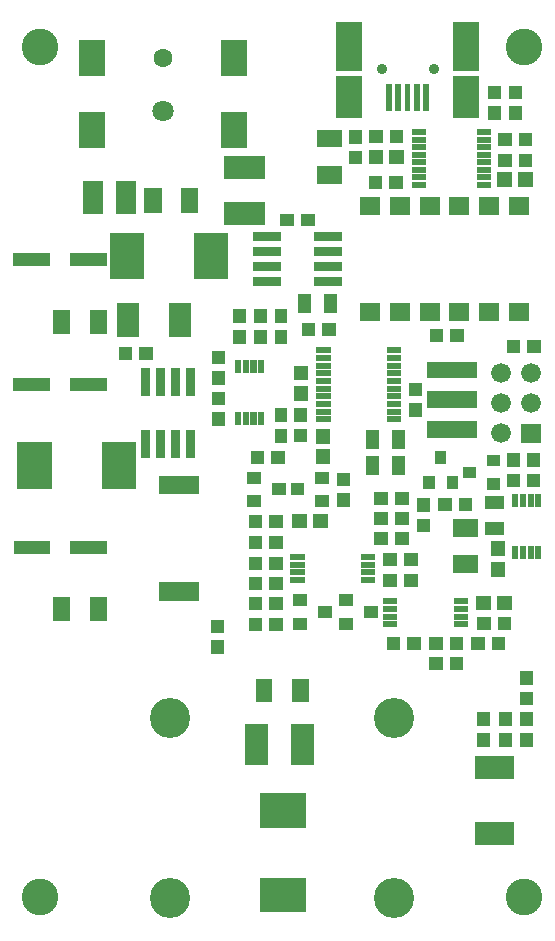
<source format=gts>
G04 start of page 7 for group -4063 idx -4063 *
G04 Title: (unknown), componentmask *
G04 Creator: pcb 20110918 *
G04 CreationDate: So 13 Jul 2014 20:19:28 GMT UTC *
G04 For: ffg *
G04 Format: Gerber/RS-274X *
G04 PCB-Dimensions: 196850 334646 *
G04 PCB-Coordinate-Origin: lower left *
%MOIN*%
%FSLAX25Y25*%
%LNTOPMASK*%
%ADD315R,0.0378X0.0378*%
%ADD314R,0.0630X0.0630*%
%ADD313R,0.0670X0.0670*%
%ADD312R,0.0400X0.0400*%
%ADD311R,0.0748X0.0748*%
%ADD310R,0.1142X0.1142*%
%ADD309R,0.0197X0.0197*%
%ADD308R,0.0551X0.0551*%
%ADD307R,0.0472X0.0472*%
%ADD306R,0.0201X0.0201*%
%ADD305R,0.0591X0.0591*%
%ADD304R,0.0197X0.0197*%
%ADD303R,0.0433X0.0433*%
%ADD302R,0.0300X0.0300*%
%ADD301R,0.0205X0.0205*%
%ADD300R,0.0866X0.0866*%
%ADD299R,0.0787X0.0787*%
%ADD298C,0.0630*%
%ADD297C,0.0709*%
%ADD296C,0.1339*%
%ADD295C,0.1221*%
%ADD294C,0.0660*%
%ADD293C,0.0001*%
%ADD292C,0.0354*%
G54D292*X148290Y310264D03*
G54D293*G36*
X177480Y192033D02*Y185433D01*
X184080D01*
Y192033D01*
X177480D01*
G37*
G54D294*X170780Y188733D03*
X180780Y198733D03*
X170780D03*
X180780Y208733D03*
X170780D03*
G54D295*X178377Y317689D03*
Y34225D03*
G54D296*X60509Y33704D03*
Y93940D03*
G54D297*X58151Y296196D03*
G54D296*X135179Y33704D03*
Y93940D03*
G54D298*X58151Y313913D03*
G54D292*X130968Y310264D03*
G54D295*X16959Y34225D03*
Y317689D03*
G54D299*X82347Y277406D02*X88253D01*
G54D300*X81773Y315488D02*Y312338D01*
Y291472D02*Y288322D01*
G54D301*X83170Y194844D02*Y192560D01*
Y212166D02*Y209882D01*
X85729Y194844D02*Y192560D01*
Y212166D02*Y209882D01*
X88287Y194844D02*Y192560D01*
Y212166D02*Y209882D01*
X90846Y194844D02*Y192560D01*
Y212166D02*Y209882D01*
G54D302*X110053Y239210D02*X116353D01*
X110053Y244210D02*X116353D01*
X110053Y249210D02*X116353D01*
X110053Y254210D02*X116353D01*
G54D303*X106263Y259870D02*X106460D01*
X99374D02*X99571D01*
G54D302*X89553Y254210D02*X95853D01*
X89553Y249210D02*X95853D01*
X89553Y244210D02*X95853D01*
X89553Y239210D02*X95853D01*
G54D303*X113950Y233067D02*Y231099D01*
X105288Y233067D02*Y231099D01*
X113357Y223265D02*X113554D01*
X106468D02*X106665D01*
G54D304*X110236Y216437D02*X112992D01*
X110236Y213878D02*X112992D01*
X110236Y211319D02*X112992D01*
X110236Y208760D02*X112992D01*
X110236Y206201D02*X112992D01*
X110236Y203642D02*X112992D01*
X110236Y201083D02*X112992D01*
X110236Y198524D02*X112992D01*
X110236Y195965D02*X112992D01*
X110236Y193406D02*X112992D01*
G54D305*X156528Y229182D02*X157316D01*
X166528D02*X167316D01*
X176528D02*X177316D01*
G54D303*X174859Y217785D02*X175056D01*
X156089Y221318D02*X156286D01*
G54D305*X146685Y229182D02*X147473D01*
G54D303*X149200Y221318D02*X149397D01*
X171960Y286708D02*X172157D01*
X171925Y279865D02*X172122D01*
X178849Y286708D02*X179046D01*
X178814Y279865D02*X179011D01*
X175456Y302488D02*Y302291D01*
X168567Y302488D02*Y302291D01*
X175456Y295599D02*Y295402D01*
X168567Y295599D02*Y295402D01*
G54D306*X163798Y281565D02*X166516D01*
X163798Y284065D02*X166516D01*
X163798Y286565D02*X166516D01*
X163798Y289065D02*X166516D01*
G54D307*X171924Y273369D02*X172121D01*
X178813D02*X179010D01*
G54D305*X176528Y264616D02*X177316D01*
X166528D02*X167316D01*
G54D306*X163798Y274065D02*X166516D01*
X163798Y271565D02*X166516D01*
X163798Y276565D02*X166516D01*
X163798Y279065D02*X166516D01*
G54D303*X181748Y217785D02*X181945D01*
G54D305*X126685Y229182D02*X127473D01*
X136685D02*X137473D01*
G54D308*X148898Y209799D02*X159922D01*
X148898Y199956D02*X159922D01*
G54D303*X142275Y196561D02*Y196364D01*
G54D304*X133858Y193406D02*X136614D01*
X133858Y195965D02*X136614D01*
G54D303*X142275Y203450D02*Y203253D01*
G54D304*X133858Y198524D02*X136614D01*
X133858Y201083D02*X136614D01*
X133858Y203642D02*X136614D01*
X133858Y206201D02*X136614D01*
X133858Y208760D02*X136614D01*
X133858Y211319D02*X136614D01*
X133858Y213878D02*X136614D01*
X133858Y216437D02*X136614D01*
G54D303*X135871Y287626D02*X136068D01*
X128982D02*X129179D01*
X122191Y287725D02*Y287528D01*
G54D305*X112349Y274831D02*X114711D01*
X112349Y287035D02*X114711D01*
G54D307*X135871Y280736D02*X136068D01*
X128982D02*X129179D01*
G54D303*X122191Y280836D02*Y280639D01*
X135675Y272469D02*X135872D01*
X128786D02*X128983D01*
G54D305*X126685Y264616D02*X127473D01*
X156528D02*X157316D01*
X146685D02*X147473D01*
X136685D02*X137473D01*
G54D300*X120141Y321484D02*Y314004D01*
Y303571D02*Y298059D01*
G54D309*X133330Y304358D02*Y297272D01*
X145928Y304358D02*Y297272D01*
X142779Y304358D02*Y297272D01*
X139629Y304358D02*Y297272D01*
X136479Y304358D02*Y297272D01*
G54D300*X159117Y321484D02*Y314004D01*
Y303571D02*Y298059D01*
G54D306*X142146Y289065D02*X144864D01*
X142146Y286565D02*X144864D01*
X142146Y284065D02*X144864D01*
X142146Y281565D02*X144864D01*
X142146Y279065D02*X144864D01*
X142146Y276565D02*X144864D01*
X142146Y274065D02*X144864D01*
X142146Y271565D02*X144864D01*
G54D310*X96030Y63076D02*X100030D01*
X96030Y34976D02*X100030D01*
G54D311*X165774Y77346D02*X171286D01*
X165774Y55298D02*X171286D01*
G54D303*X172121Y86650D02*Y86453D01*
Y93539D02*Y93342D01*
X165047Y86650D02*Y86453D01*
Y93539D02*Y93342D01*
X179195Y107386D02*Y107189D01*
Y100497D02*Y100300D01*
Y93539D02*Y93342D01*
Y86650D02*Y86453D01*
X169872Y118592D02*X170069D01*
X171841Y125470D02*X172038D01*
X164952D02*X165149D01*
X162983Y118592D02*X163180D01*
X149021Y111911D02*X149218D01*
X155910D02*X156107D01*
X155910Y118592D02*X156107D01*
X149021D02*X149218D01*
X141762D02*X141959D01*
G54D304*X156102Y125099D02*X158858D01*
X156102Y127658D02*X158858D01*
X156102Y130217D02*X158858D01*
X156102Y132776D02*X158858D01*
G54D299*X104620Y87919D02*Y82013D01*
G54D308*X103921Y104198D02*Y101836D01*
G54D299*X89266Y87919D02*Y82013D01*
G54D308*X91717Y104198D02*Y101836D01*
G54D303*X88891Y131954D02*X89088D01*
X95780D02*X95977D01*
X88891Y124880D02*X89088D01*
X95780D02*X95977D01*
G54D312*X103492Y125303D02*X104092D01*
X111692Y129203D02*X112292D01*
G54D304*X132480Y132776D02*X135236D01*
X132480Y130217D02*X135236D01*
X132480Y127658D02*X135236D01*
X132480Y125099D02*X135236D01*
G54D310*X46070Y249876D02*Y245876D01*
X74170Y249876D02*Y245876D01*
G54D311*X63772Y228318D02*Y224774D01*
G54D299*X82347Y262052D02*X88253D01*
G54D313*X45831Y269541D02*Y265211D01*
X34809Y269541D02*Y265211D01*
G54D305*X54763Y267642D02*Y265280D01*
X66967Y267642D02*Y265280D01*
G54D308*X36557Y227062D02*Y224700D01*
G54D303*X83696Y227945D02*Y227748D01*
Y221056D02*Y220859D01*
X90770Y221056D02*Y220859D01*
Y227945D02*Y227748D01*
X76622Y214189D02*Y213992D01*
X97451Y227945D02*Y227748D01*
Y221056D02*Y220859D01*
G54D310*X43380Y179996D02*Y175996D01*
X15280Y179996D02*Y175996D01*
G54D303*X29336Y205153D02*X37210D01*
X29443Y150653D02*X37317D01*
G54D308*X36540Y131334D02*Y128972D01*
X24336Y131334D02*Y128972D01*
G54D303*X10438Y205153D02*X18312D01*
X10545Y150653D02*X18419D01*
G54D300*X34529Y315488D02*Y312338D01*
Y291472D02*Y288322D01*
G54D311*X46450Y228318D02*Y224774D01*
G54D303*X45477Y215270D02*X45674D01*
X52366D02*X52563D01*
X29256Y246798D02*X37130D01*
X10358D02*X18232D01*
G54D302*X52201Y188487D02*Y182187D01*
Y208987D02*Y202687D01*
X67201Y208987D02*Y202687D01*
X62201Y208987D02*Y202687D01*
X57201Y208987D02*Y202687D01*
Y188487D02*Y182187D01*
X62201Y188487D02*Y182187D01*
X67201Y188487D02*Y182187D01*
G54D314*X59767Y171544D02*X66853D01*
G54D308*X24353Y227062D02*Y224700D01*
G54D303*X95780Y152390D02*X95977D01*
X88891D02*X89088D01*
X88891Y145316D02*X89088D01*
X95780D02*X95977D01*
G54D314*X59767Y136110D02*X66853D01*
G54D303*X76166Y124505D02*Y124308D01*
Y117616D02*Y117419D01*
G54D312*X103492Y133103D02*X104092D01*
G54D304*X101575Y147540D02*X104331D01*
X101575Y144981D02*X104331D01*
X101575Y142422D02*X104331D01*
X101575Y139863D02*X104331D01*
G54D303*X89493Y180686D02*X89690D01*
X76622Y200435D02*Y200238D01*
Y193546D02*Y193349D01*
Y207300D02*Y207103D01*
G54D312*X88165Y173975D02*X88765D01*
X88165Y166175D02*X88765D01*
G54D303*X96382Y180686D02*X96579D01*
X97451Y188044D02*Y187847D01*
X104040Y188116D02*Y187919D01*
G54D312*X110853Y166175D02*X111453D01*
X110853Y173975D02*X111453D01*
X102653Y170075D02*X103253D01*
X96365D02*X96965D01*
G54D303*X97451Y194933D02*Y194736D01*
X104040Y195005D02*Y194808D01*
G54D307*Y208980D02*Y208783D01*
Y202091D02*Y201894D01*
G54D301*X183208Y167479D02*Y165195D01*
X180649Y167479D02*Y165195D01*
X178091Y167479D02*Y165195D01*
X175532Y167479D02*Y165195D01*
G54D303*X167600Y165768D02*X169568D01*
X167600Y157106D02*X169568D01*
G54D301*X175532Y150157D02*Y147873D01*
X178091Y150157D02*Y147873D01*
X180649Y150157D02*Y147873D01*
X183208Y150157D02*Y147873D01*
G54D307*X169654Y150373D02*Y150176D01*
G54D303*X136610Y187740D02*Y185772D01*
X127948Y187740D02*Y185772D01*
X136678Y179161D02*Y177193D01*
G54D315*X146790Y172769D02*Y172169D01*
G54D303*X145004Y165065D02*Y164868D01*
Y158176D02*Y157979D01*
G54D315*X154590Y172769D02*Y172169D01*
X150690Y180969D02*Y180369D01*
G54D308*X148898Y190113D02*X159922D01*
G54D303*X137646Y166931D02*X137843D01*
X130757D02*X130954D01*
X88891Y138635D02*X89088D01*
X95780D02*X95977D01*
G54D312*X118819Y133103D02*X119419D01*
X118819Y125303D02*X119419D01*
X127019Y129203D02*X127619D01*
G54D304*X125197Y139863D02*X127953D01*
X125197Y142422D02*X127953D01*
X125197Y144981D02*X127953D01*
X125197Y147540D02*X127953D01*
G54D303*X95780Y159464D02*X95977D01*
X88891D02*X89088D01*
G54D307*X110414D02*X110611D01*
X103525D02*X103722D01*
G54D303*X128016Y179161D02*Y177193D01*
G54D307*X111323Y187918D02*Y187721D01*
Y181029D02*Y180832D01*
G54D303*X118280Y173525D02*Y173328D01*
Y166636D02*Y166439D01*
X130757Y160250D02*X130954D01*
X137646D02*X137843D01*
X158868Y164966D02*X159065D01*
X151979D02*X152176D01*
G54D305*X157784Y157303D02*X160146D01*
G54D303*X181756Y180047D02*Y179850D01*
Y173158D02*Y172961D01*
X175063Y180047D02*Y179850D01*
Y173158D02*Y172961D01*
G54D315*X168063Y171887D02*X168663D01*
X168063Y179687D02*X168663D01*
X159863Y175787D02*X160463D01*
G54D307*X164952Y132151D02*X165149D01*
X171841D02*X172038D01*
X169654Y143484D02*Y143287D01*
G54D305*X157784Y145099D02*X160146D01*
G54D303*X130757Y153569D02*X130954D01*
X137646D02*X137843D01*
X134873Y118592D02*X135070D01*
X133710Y146691D02*X133907D01*
X140599D02*X140796D01*
X140599Y139617D02*X140796D01*
X133710D02*X133907D01*
M02*

</source>
